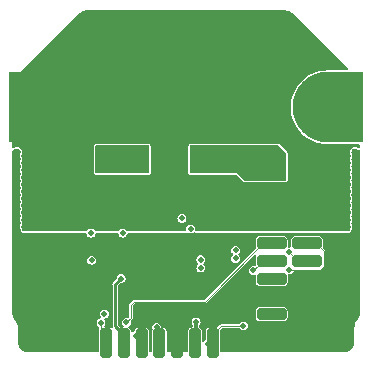
<source format=gbr>
%TF.GenerationSoftware,KiCad,Pcbnew,7.0.8-7.0.8~ubuntu22.04.1*%
%TF.CreationDate,2023-11-12T23:56:43-08:00*%
%TF.ProjectId,driver-tmc2160,64726976-6572-42d7-946d-63323136302e,rev?*%
%TF.SameCoordinates,Original*%
%TF.FileFunction,Copper,L4,Bot*%
%TF.FilePolarity,Positive*%
%FSLAX46Y46*%
G04 Gerber Fmt 4.6, Leading zero omitted, Abs format (unit mm)*
G04 Created by KiCad (PCBNEW 7.0.8-7.0.8~ubuntu22.04.1) date 2023-11-12 23:56:43*
%MOMM*%
%LPD*%
G01*
G04 APERTURE LIST*
G04 Aperture macros list*
%AMRoundRect*
0 Rectangle with rounded corners*
0 $1 Rounding radius*
0 $2 $3 $4 $5 $6 $7 $8 $9 X,Y pos of 4 corners*
0 Add a 4 corners polygon primitive as box body*
4,1,4,$2,$3,$4,$5,$6,$7,$8,$9,$2,$3,0*
0 Add four circle primitives for the rounded corners*
1,1,$1+$1,$2,$3*
1,1,$1+$1,$4,$5*
1,1,$1+$1,$6,$7*
1,1,$1+$1,$8,$9*
0 Add four rect primitives between the rounded corners*
20,1,$1+$1,$2,$3,$4,$5,0*
20,1,$1+$1,$4,$5,$6,$7,0*
20,1,$1+$1,$6,$7,$8,$9,0*
20,1,$1+$1,$8,$9,$2,$3,0*%
%AMFreePoly0*
4,1,31,3.000000,0.000000,2.979715,-0.348279,2.919135,-0.691848,2.819078,-1.026060,2.680898,-1.346398,2.506463,-1.648527,2.298133,-1.928363,2.058725,-2.182121,1.791476,-2.406370,1.500000,-2.598076,1.188239,-2.754648,0.860410,-2.873969,0.520945,-2.954423,0.174434,-2.994924,-0.174434,-2.994924,-0.520945,-2.954423,-0.860410,-2.873969,-1.188239,-2.754648,-1.500000,-2.598076,-1.791476,-2.406370,
-2.058725,-2.182121,-2.298133,-1.928363,-2.506463,-1.648527,-2.680898,-1.346398,-2.819078,-1.026060,-2.919135,-0.691848,-2.979715,-0.348279,-3.000000,0.000000,-3.000000,3.000000,3.000000,3.000000,3.000000,0.000000,3.000000,0.000000,$1*%
G04 Aperture macros list end*
%TA.AperFunction,ComponentPad*%
%ADD10C,0.800000*%
%TD*%
%TA.AperFunction,ComponentPad*%
%ADD11FreePoly0,270.000000*%
%TD*%
%TA.AperFunction,ComponentPad*%
%ADD12FreePoly0,90.000000*%
%TD*%
%TA.AperFunction,ComponentPad*%
%ADD13C,0.500000*%
%TD*%
%TA.AperFunction,SMDPad,CuDef*%
%ADD14RoundRect,0.250000X-1.000000X0.250000X-1.000000X-0.250000X1.000000X-0.250000X1.000000X0.250000X0*%
%TD*%
%TA.AperFunction,SMDPad,CuDef*%
%ADD15RoundRect,0.250000X-0.250000X-1.000000X0.250000X-1.000000X0.250000X1.000000X-0.250000X1.000000X0*%
%TD*%
%TA.AperFunction,SMDPad,CuDef*%
%ADD16RoundRect,0.250000X1.000000X-0.250000X1.000000X0.250000X-1.000000X0.250000X-1.000000X-0.250000X0*%
%TD*%
%TA.AperFunction,ViaPad*%
%ADD17C,0.500000*%
%TD*%
%TA.AperFunction,ViaPad*%
%ADD18C,0.600000*%
%TD*%
%TA.AperFunction,Conductor*%
%ADD19C,0.100000*%
%TD*%
%TA.AperFunction,Conductor*%
%ADD20C,0.300000*%
%TD*%
%TA.AperFunction,Conductor*%
%ADD21C,0.250000*%
%TD*%
G04 APERTURE END LIST*
D10*
%TO.P,H2,1,1*%
%TO.N,GND*%
X147000000Y-62100000D03*
X148697056Y-62802944D03*
X145302944Y-62802944D03*
X149400000Y-64500000D03*
D11*
X147000000Y-64500000D03*
D10*
X144600000Y-64500000D03*
X148697056Y-66197056D03*
X145302944Y-66197056D03*
X147000000Y-66900000D03*
%TD*%
%TO.P,H1,1,1*%
%TO.N,+48V*%
X123000000Y-66900000D03*
X121302944Y-66197056D03*
X124697056Y-66197056D03*
X120600000Y-64500000D03*
D12*
X123000000Y-64500000D03*
D10*
X125400000Y-64500000D03*
X121302944Y-62802944D03*
X124697056Y-62802944D03*
X123000000Y-62100000D03*
%TD*%
D13*
%TO.P,U1,49,EP*%
%TO.N,GND*%
X130750000Y-78000000D03*
X130750000Y-79125000D03*
X130750000Y-80250000D03*
X130750000Y-81375000D03*
X131875000Y-78000000D03*
X131875000Y-79125000D03*
X131875000Y-80250000D03*
X131875000Y-81375000D03*
X133000000Y-78000000D03*
X133000000Y-79125000D03*
X133000000Y-80250000D03*
X133000000Y-81375000D03*
X134125000Y-78000000D03*
X134125000Y-79125000D03*
X134125000Y-80250000D03*
X134125000Y-81375000D03*
X135250000Y-78000000D03*
X135250000Y-79125000D03*
X135250000Y-80250000D03*
X135250000Y-81375000D03*
%TD*%
D14*
%TO.P,T17,1,1*%
%TO.N,/Diag0*%
X145250000Y-77500000D03*
%TD*%
D15*
%TO.P,T8,1,1*%
%TO.N,VCC*%
X137250000Y-84500000D03*
%TD*%
D16*
%TO.P,T10,1,1*%
%TO.N,/~{CS}*%
X142250000Y-76000000D03*
%TD*%
D15*
%TO.P,T7,1,1*%
%TO.N,/SDO*%
X135750000Y-84500000D03*
%TD*%
D16*
%TO.P,T14,1,1*%
%TO.N,/~{En}*%
X142250000Y-77500001D03*
%TD*%
D14*
%TO.P,T18,1,1*%
%TO.N,/Diag1*%
X145250000Y-76000000D03*
%TD*%
D15*
%TO.P,T6,1,1*%
%TO.N,/SDI*%
X132750000Y-84500000D03*
%TD*%
D16*
%TO.P,T13,1,1*%
%TO.N,/Dir*%
X142250000Y-79000000D03*
%TD*%
D15*
%TO.P,T3,1,1*%
%TO.N,+12V*%
X129750000Y-84500000D03*
%TD*%
%TO.P,T2,1,1*%
%TO.N,/Clk*%
X128250000Y-84500000D03*
%TD*%
D16*
%TO.P,T11,1,1*%
%TO.N,/Step*%
X142250000Y-82000000D03*
%TD*%
D15*
%TO.P,T4,1,1*%
%TO.N,/SCK*%
X131250000Y-84500000D03*
%TD*%
%TO.P,T5,1,1*%
%TO.N,GND*%
X134250000Y-84500000D03*
%TD*%
D16*
%TO.P,T12,1,1*%
%TO.N,GND*%
X142250000Y-80500000D03*
%TD*%
D17*
%TO.N,GND*%
X143200000Y-80500000D03*
%TO.N,/Diag0*%
X143750000Y-76750000D03*
%TO.N,/Dir*%
X143200000Y-79000000D03*
%TO.N,/Step*%
X143200000Y-82000000D03*
%TO.N,/Diag1*%
X143750000Y-78250000D03*
%TO.N,VCC*%
X139850000Y-83000000D03*
%TO.N,/Clk*%
X127800000Y-82750000D03*
%TO.N,/SRBL*%
X127000000Y-77450000D03*
%TO.N,GND*%
X138150000Y-84550000D03*
%TO.N,/~{En}*%
X140700000Y-78300000D03*
%TO.N,/~{CS}*%
X129950000Y-82700000D03*
D18*
%TO.N,GND*%
X149300000Y-72500000D03*
D17*
X139800000Y-79000000D03*
X129500000Y-79975000D03*
D18*
X149300000Y-68300000D03*
X120700000Y-72500000D03*
X120700000Y-68300000D03*
X120700000Y-69500000D03*
X120700000Y-70700000D03*
X149300000Y-73700000D03*
X149300000Y-70700000D03*
X149300000Y-69500000D03*
X120700000Y-68900000D03*
X120700000Y-70100000D03*
X120700000Y-73700000D03*
X149300000Y-68900000D03*
D17*
X129725000Y-81250000D03*
D18*
X149300000Y-74900000D03*
D17*
X139025000Y-80650000D03*
D18*
X149300000Y-71300000D03*
X120700000Y-71300000D03*
X120700000Y-71900000D03*
X149300000Y-70100000D03*
X149300000Y-71900000D03*
X149300000Y-74300000D03*
X120700000Y-74900000D03*
X120700000Y-73100000D03*
X149300000Y-73100000D03*
X120700000Y-74300000D03*
D17*
%TO.N,+12V*%
X129500000Y-79000000D03*
D18*
%TO.N,+48V*%
X140100000Y-73300000D03*
X133900000Y-72700000D03*
X129300000Y-73900000D03*
X137900000Y-73300000D03*
X129300000Y-72700000D03*
X137900000Y-73900000D03*
X132100000Y-73900000D03*
X128700000Y-73300000D03*
X128100000Y-73300000D03*
X128700000Y-72700000D03*
X137900000Y-72700000D03*
X137300000Y-73300000D03*
X136700000Y-72700000D03*
X141300000Y-73300000D03*
X129300000Y-73300000D03*
X136100000Y-72700000D03*
X133300000Y-73300000D03*
X129900000Y-73900000D03*
X129900000Y-72700000D03*
X128700000Y-73900000D03*
X137300000Y-72700000D03*
X141300000Y-72700000D03*
X133300000Y-73900000D03*
X141900000Y-72700000D03*
X136100000Y-73300000D03*
X132700000Y-73900000D03*
X132700000Y-72700000D03*
X140700000Y-73900000D03*
X129900000Y-73300000D03*
X136100000Y-73900000D03*
X133900000Y-73900000D03*
X128100000Y-73900000D03*
X140100000Y-72700000D03*
X137300000Y-73900000D03*
X140100000Y-73900000D03*
X132700000Y-73300000D03*
X132100000Y-73300000D03*
X141900000Y-73300000D03*
X133300000Y-72700000D03*
X132100000Y-72700000D03*
X136700000Y-73900000D03*
X140700000Y-73300000D03*
X140700000Y-72700000D03*
X141900000Y-73900000D03*
X141300000Y-73900000D03*
X136700000Y-73300000D03*
X128100000Y-72700000D03*
X133900000Y-73300000D03*
D17*
%TO.N,/SCK*%
X130750000Y-83825000D03*
%TO.N,/SDI*%
X132500000Y-83125000D03*
%TO.N,/SDO*%
X135850000Y-82675000D03*
%TO.N,VCC*%
X136850000Y-84550000D03*
D18*
%TO.N,Net-(Q2-S-Pad1)*%
X127600500Y-68600000D03*
X127600000Y-69200000D03*
X131600500Y-68600000D03*
X131600000Y-69800000D03*
X127600000Y-68000000D03*
X131600000Y-68000000D03*
X131600000Y-69200000D03*
X127600000Y-69800000D03*
D17*
%TO.N,/LB1*%
X129650000Y-75150000D03*
X126950000Y-75150000D03*
D18*
%TO.N,Net-(Q6-S-Pad1)*%
X135600500Y-68600000D03*
X139600000Y-68000000D03*
X143200000Y-68600000D03*
X139600000Y-69800000D03*
X143200000Y-69800000D03*
X135600000Y-69200000D03*
X135600000Y-68000000D03*
X139600500Y-68600000D03*
X143200000Y-69200000D03*
X143200000Y-70400000D03*
X139600000Y-69200000D03*
X135600000Y-69800000D03*
D17*
%TO.N,/LA1*%
X135400000Y-74800000D03*
X134650000Y-73900000D03*
%TO.N,/SRBL*%
X128075000Y-82000000D03*
%TO.N,/SRAH*%
X136250000Y-78100000D03*
X139200000Y-76600000D03*
%TO.N,/SRAL*%
X136250000Y-77400000D03*
X139200000Y-77300000D03*
%TD*%
D19*
%TO.N,/Diag1*%
X143750000Y-78250000D02*
X146315688Y-78250000D01*
X146315688Y-78250000D02*
X146650000Y-77915688D01*
X146650000Y-77915688D02*
X146650000Y-76650000D01*
X146650000Y-76650000D02*
X146000000Y-76000000D01*
%TO.N,/Diag0*%
X143750000Y-76750000D02*
X144150000Y-77150000D01*
%TO.N,/~{En}*%
X140700000Y-78300000D02*
X141150000Y-77850000D01*
%TO.N,VCC*%
X139850000Y-83000000D02*
X138000000Y-83000000D01*
X138000000Y-83000000D02*
X137400000Y-83600000D01*
%TO.N,/~{CS}*%
X129950000Y-82700000D02*
X130325000Y-82325000D01*
X130325000Y-82325000D02*
X130325000Y-81198959D01*
X130573959Y-80950000D02*
X136600000Y-80950000D01*
X130325000Y-81198959D02*
X130573959Y-80950000D01*
X136600000Y-80950000D02*
X141200000Y-76350000D01*
%TO.N,/Clk*%
X127800000Y-82750000D02*
X127800000Y-83300000D01*
X127800000Y-83300000D02*
X127900000Y-83400000D01*
D20*
%TO.N,/SDO*%
X135850000Y-84400000D02*
X135750000Y-84500000D01*
X135850000Y-82675000D02*
X135850000Y-84400000D01*
D21*
%TO.N,+12V*%
X129500000Y-79000000D02*
X129000000Y-79500000D01*
X129000000Y-79500000D02*
X129000000Y-83000000D01*
X129000000Y-83000000D02*
X129500000Y-83500000D01*
%TD*%
%TA.AperFunction,Conductor*%
%TO.N,GND*%
G36*
X120776812Y-68013487D02*
G01*
X120806262Y-68023055D01*
X120861590Y-68051247D01*
X120886634Y-68069442D01*
X120930550Y-68113357D01*
X120948754Y-68138413D01*
X120976941Y-68193733D01*
X120986512Y-68223191D01*
X120996224Y-68284512D01*
X120996224Y-68315486D01*
X120986512Y-68376807D01*
X120976941Y-68406264D01*
X120931316Y-68495809D01*
X120931316Y-68495810D01*
X120923481Y-68514726D01*
X120923480Y-68514727D01*
X120913908Y-68544183D01*
X120913908Y-68544187D01*
X120909128Y-68604928D01*
X120918700Y-68665365D01*
X120931314Y-68704186D01*
X120931317Y-68704192D01*
X120976939Y-68793729D01*
X120986511Y-68823188D01*
X120996224Y-68884512D01*
X120996224Y-68915486D01*
X120986512Y-68976807D01*
X120976941Y-69006264D01*
X120931316Y-69095809D01*
X120931316Y-69095810D01*
X120923481Y-69114726D01*
X120923480Y-69114727D01*
X120913908Y-69144183D01*
X120913908Y-69144187D01*
X120909128Y-69204928D01*
X120918700Y-69265365D01*
X120931314Y-69304186D01*
X120931317Y-69304192D01*
X120976939Y-69393729D01*
X120986511Y-69423188D01*
X120996224Y-69484512D01*
X120996224Y-69515486D01*
X120986512Y-69576807D01*
X120976941Y-69606264D01*
X120931316Y-69695809D01*
X120931316Y-69695810D01*
X120923481Y-69714726D01*
X120923480Y-69714727D01*
X120913908Y-69744183D01*
X120913907Y-69744187D01*
X120910025Y-69793524D01*
X120909904Y-69795073D01*
X120909459Y-69800723D01*
X120909128Y-69804930D01*
X120912508Y-69826267D01*
X120918698Y-69865356D01*
X120931317Y-69904192D01*
X120976939Y-69993729D01*
X120986511Y-70023188D01*
X120996224Y-70084512D01*
X120996224Y-70115486D01*
X120986512Y-70176807D01*
X120976941Y-70206264D01*
X120931316Y-70295809D01*
X120931316Y-70295810D01*
X120923481Y-70314726D01*
X120923480Y-70314727D01*
X120913908Y-70344183D01*
X120913908Y-70344187D01*
X120909128Y-70404928D01*
X120918700Y-70465365D01*
X120931314Y-70504186D01*
X120931317Y-70504192D01*
X120976939Y-70593729D01*
X120986511Y-70623188D01*
X120996224Y-70684512D01*
X120996224Y-70715486D01*
X120986512Y-70776807D01*
X120976941Y-70806264D01*
X120931316Y-70895809D01*
X120931316Y-70895810D01*
X120923481Y-70914726D01*
X120923480Y-70914727D01*
X120913908Y-70944183D01*
X120913908Y-70944187D01*
X120909128Y-71004928D01*
X120918700Y-71065365D01*
X120931314Y-71104186D01*
X120931317Y-71104192D01*
X120976939Y-71193729D01*
X120986511Y-71223188D01*
X120996224Y-71284512D01*
X120996224Y-71315486D01*
X120986512Y-71376807D01*
X120976941Y-71406264D01*
X120931316Y-71495809D01*
X120931316Y-71495810D01*
X120923481Y-71514726D01*
X120923480Y-71514727D01*
X120913908Y-71544183D01*
X120913908Y-71544187D01*
X120909128Y-71604928D01*
X120918700Y-71665365D01*
X120931314Y-71704186D01*
X120931317Y-71704192D01*
X120976939Y-71793729D01*
X120986511Y-71823188D01*
X120996224Y-71884512D01*
X120996224Y-71915486D01*
X120986512Y-71976807D01*
X120976941Y-72006264D01*
X120931316Y-72095809D01*
X120931316Y-72095810D01*
X120923481Y-72114726D01*
X120923480Y-72114727D01*
X120913908Y-72144183D01*
X120913908Y-72144187D01*
X120909128Y-72204928D01*
X120918700Y-72265365D01*
X120931314Y-72304186D01*
X120931317Y-72304192D01*
X120976939Y-72393729D01*
X120986511Y-72423188D01*
X120996224Y-72484512D01*
X120996224Y-72515486D01*
X120986512Y-72576807D01*
X120976941Y-72606264D01*
X120931316Y-72695809D01*
X120931316Y-72695810D01*
X120923481Y-72714726D01*
X120923480Y-72714727D01*
X120913908Y-72744183D01*
X120913908Y-72744187D01*
X120909128Y-72804928D01*
X120918700Y-72865365D01*
X120931314Y-72904186D01*
X120931317Y-72904192D01*
X120976939Y-72993729D01*
X120986511Y-73023188D01*
X120996224Y-73084512D01*
X120996224Y-73115486D01*
X120986512Y-73176807D01*
X120976941Y-73206264D01*
X120931316Y-73295809D01*
X120931316Y-73295810D01*
X120923481Y-73314726D01*
X120923480Y-73314727D01*
X120913908Y-73344183D01*
X120913908Y-73344187D01*
X120909128Y-73404928D01*
X120918700Y-73465365D01*
X120931314Y-73504186D01*
X120931317Y-73504192D01*
X120976939Y-73593729D01*
X120986511Y-73623188D01*
X120996224Y-73684512D01*
X120996224Y-73715487D01*
X120986511Y-73776810D01*
X120976941Y-73806265D01*
X120959369Y-73840754D01*
X120931316Y-73895808D01*
X120930560Y-73897634D01*
X120929581Y-73899998D01*
X120924961Y-73911152D01*
X120923482Y-73914724D01*
X120923481Y-73914725D01*
X120923481Y-73914724D01*
X120913908Y-73944183D01*
X120913908Y-73944187D01*
X120909128Y-74004928D01*
X120918700Y-74065365D01*
X120931314Y-74104186D01*
X120931317Y-74104192D01*
X120976939Y-74193729D01*
X120986511Y-74223188D01*
X120996224Y-74284512D01*
X120996224Y-74315486D01*
X120986512Y-74376807D01*
X120976941Y-74406264D01*
X120931316Y-74495809D01*
X120931316Y-74495810D01*
X120923481Y-74514726D01*
X120923480Y-74514727D01*
X120913908Y-74544183D01*
X120913908Y-74544187D01*
X120909128Y-74604928D01*
X120918700Y-74665365D01*
X120931314Y-74704186D01*
X120931317Y-74704192D01*
X120976939Y-74793729D01*
X120986511Y-74823188D01*
X121001422Y-74917333D01*
X121001851Y-74920850D01*
X121001871Y-74921082D01*
X121001909Y-74921404D01*
X121001910Y-74921413D01*
X121004644Y-74938679D01*
X121006754Y-74952002D01*
X121006756Y-74952010D01*
X121026434Y-74999516D01*
X121030072Y-75008299D01*
X121066036Y-75057799D01*
X121070588Y-75063702D01*
X121131287Y-75105206D01*
X121189478Y-75124113D01*
X121205608Y-75126667D01*
X121229801Y-75130500D01*
X126482177Y-75130500D01*
X126540368Y-75149407D01*
X126576332Y-75198907D01*
X126579958Y-75214014D01*
X126588425Y-75267480D01*
X126588428Y-75267488D01*
X126642425Y-75373462D01*
X126642427Y-75373465D01*
X126726535Y-75457573D01*
X126726537Y-75457574D01*
X126832511Y-75511571D01*
X126832513Y-75511571D01*
X126832518Y-75511574D01*
X126950000Y-75530181D01*
X127067482Y-75511574D01*
X127173465Y-75457573D01*
X127257573Y-75373465D01*
X127311574Y-75267482D01*
X127320042Y-75214012D01*
X127347819Y-75159497D01*
X127402335Y-75131719D01*
X127417823Y-75130500D01*
X129182177Y-75130500D01*
X129240368Y-75149407D01*
X129276332Y-75198907D01*
X129279958Y-75214014D01*
X129288425Y-75267480D01*
X129288428Y-75267488D01*
X129342425Y-75373462D01*
X129342427Y-75373465D01*
X129426535Y-75457573D01*
X129426537Y-75457574D01*
X129532511Y-75511571D01*
X129532513Y-75511571D01*
X129532518Y-75511574D01*
X129650000Y-75530181D01*
X129767482Y-75511574D01*
X129873465Y-75457573D01*
X129957573Y-75373465D01*
X130011574Y-75267482D01*
X130020042Y-75214012D01*
X130047819Y-75159497D01*
X130102335Y-75131719D01*
X130117823Y-75130500D01*
X134935582Y-75130500D01*
X134966046Y-75126894D01*
X135010991Y-75116104D01*
X135057189Y-75090231D01*
X135117198Y-75078294D01*
X135172763Y-75103909D01*
X135175541Y-75106579D01*
X135176535Y-75107573D01*
X135176537Y-75107574D01*
X135282511Y-75161571D01*
X135282513Y-75161571D01*
X135282518Y-75161574D01*
X135400000Y-75180181D01*
X135517482Y-75161574D01*
X135623465Y-75107573D01*
X135624628Y-75106410D01*
X135626095Y-75105661D01*
X135629774Y-75102990D01*
X135630196Y-75103572D01*
X135679143Y-75078628D01*
X135739575Y-75088195D01*
X135750511Y-75094683D01*
X135765901Y-75105206D01*
X135824092Y-75124113D01*
X135840222Y-75126667D01*
X135864415Y-75130500D01*
X135864418Y-75130500D01*
X148770192Y-75130500D01*
X148770196Y-75130500D01*
X148783804Y-75129429D01*
X148790611Y-75128894D01*
X148790608Y-75128895D01*
X148810161Y-75125797D01*
X148821202Y-75124049D01*
X148877495Y-75100732D01*
X148905734Y-75080214D01*
X148926993Y-75064770D01*
X148929192Y-75063073D01*
X148932899Y-75060215D01*
X148974403Y-74999515D01*
X148990784Y-74949092D01*
X148994316Y-74944232D01*
X148994954Y-74940204D01*
X148998582Y-74925095D01*
X148998851Y-74924266D01*
X148998165Y-74919935D01*
X149013487Y-74823191D01*
X149023059Y-74793731D01*
X149068682Y-74704194D01*
X149068682Y-74704192D01*
X149068683Y-74704191D01*
X149076520Y-74685270D01*
X149086091Y-74655812D01*
X149090871Y-74595073D01*
X149082812Y-74544187D01*
X149081301Y-74534643D01*
X149068682Y-74495807D01*
X149067411Y-74493314D01*
X149023057Y-74406264D01*
X149013487Y-74376810D01*
X149013487Y-74376807D01*
X149003774Y-74315481D01*
X149003774Y-74284518D01*
X149013487Y-74223187D01*
X149023059Y-74193731D01*
X149068682Y-74104194D01*
X149068682Y-74104192D01*
X149068683Y-74104191D01*
X149076520Y-74085270D01*
X149086091Y-74055812D01*
X149090871Y-73995073D01*
X149082812Y-73944187D01*
X149081301Y-73934643D01*
X149074829Y-73914724D01*
X149068684Y-73895810D01*
X149023057Y-73806261D01*
X149013487Y-73776805D01*
X149003775Y-73715483D01*
X149003775Y-73684510D01*
X149013487Y-73623190D01*
X149023059Y-73593731D01*
X149068682Y-73504194D01*
X149068682Y-73504192D01*
X149068683Y-73504191D01*
X149076520Y-73485270D01*
X149086091Y-73455812D01*
X149090871Y-73395073D01*
X149082812Y-73344187D01*
X149081301Y-73334643D01*
X149074830Y-73314726D01*
X149068684Y-73295810D01*
X149023057Y-73206261D01*
X149013487Y-73176805D01*
X149003775Y-73115483D01*
X149003775Y-73084510D01*
X149013487Y-73023190D01*
X149023059Y-72993731D01*
X149068682Y-72904194D01*
X149068682Y-72904192D01*
X149068683Y-72904191D01*
X149076520Y-72885270D01*
X149086091Y-72855812D01*
X149090871Y-72795073D01*
X149082812Y-72744187D01*
X149081301Y-72734643D01*
X149074830Y-72714726D01*
X149068684Y-72695810D01*
X149023057Y-72606261D01*
X149013487Y-72576805D01*
X149003775Y-72515483D01*
X149003775Y-72484510D01*
X149013487Y-72423190D01*
X149023059Y-72393731D01*
X149068682Y-72304194D01*
X149068682Y-72304192D01*
X149068683Y-72304191D01*
X149076520Y-72285270D01*
X149086091Y-72255812D01*
X149090871Y-72195073D01*
X149082812Y-72144187D01*
X149081301Y-72134643D01*
X149074830Y-72114726D01*
X149068684Y-72095810D01*
X149023057Y-72006261D01*
X149013487Y-71976805D01*
X149003775Y-71915483D01*
X149003775Y-71884510D01*
X149013487Y-71823190D01*
X149023059Y-71793731D01*
X149068682Y-71704194D01*
X149068682Y-71704192D01*
X149068683Y-71704191D01*
X149076520Y-71685270D01*
X149086091Y-71655812D01*
X149090871Y-71595073D01*
X149082812Y-71544187D01*
X149081301Y-71534643D01*
X149074830Y-71514726D01*
X149068684Y-71495810D01*
X149023057Y-71406261D01*
X149013487Y-71376805D01*
X149003775Y-71315483D01*
X149003775Y-71284510D01*
X149013487Y-71223190D01*
X149023059Y-71193731D01*
X149068682Y-71104194D01*
X149068682Y-71104192D01*
X149068683Y-71104191D01*
X149076520Y-71085270D01*
X149086091Y-71055812D01*
X149090871Y-70995073D01*
X149082812Y-70944187D01*
X149081301Y-70934643D01*
X149074830Y-70914726D01*
X149068684Y-70895810D01*
X149023057Y-70806261D01*
X149013487Y-70776805D01*
X149003775Y-70715483D01*
X149003775Y-70684510D01*
X149013487Y-70623190D01*
X149023059Y-70593731D01*
X149068682Y-70504194D01*
X149068682Y-70504192D01*
X149068683Y-70504191D01*
X149076520Y-70485270D01*
X149086091Y-70455812D01*
X149090871Y-70395073D01*
X149082812Y-70344187D01*
X149081301Y-70334643D01*
X149068682Y-70295807D01*
X149067411Y-70293314D01*
X149023057Y-70206264D01*
X149013487Y-70176810D01*
X149013487Y-70176807D01*
X149003774Y-70115481D01*
X149003774Y-70084518D01*
X149013487Y-70023187D01*
X149023059Y-69993731D01*
X149068682Y-69904194D01*
X149068682Y-69904192D01*
X149068683Y-69904191D01*
X149076520Y-69885270D01*
X149086091Y-69855812D01*
X149090871Y-69795073D01*
X149082812Y-69744187D01*
X149081301Y-69734643D01*
X149074830Y-69714726D01*
X149068684Y-69695810D01*
X149023057Y-69606261D01*
X149013487Y-69576805D01*
X149003775Y-69515483D01*
X149003775Y-69484510D01*
X149013487Y-69423190D01*
X149023059Y-69393731D01*
X149068682Y-69304194D01*
X149068682Y-69304192D01*
X149068683Y-69304191D01*
X149076520Y-69285270D01*
X149086091Y-69255812D01*
X149090871Y-69195073D01*
X149082812Y-69144187D01*
X149081301Y-69134643D01*
X149074830Y-69114726D01*
X149068684Y-69095810D01*
X149023057Y-69006261D01*
X149013487Y-68976805D01*
X149003775Y-68915483D01*
X149003775Y-68884510D01*
X149013487Y-68823190D01*
X149023059Y-68793731D01*
X149068682Y-68704194D01*
X149068682Y-68704192D01*
X149068683Y-68704191D01*
X149076520Y-68685270D01*
X149086091Y-68655812D01*
X149090871Y-68595073D01*
X149082812Y-68544187D01*
X149081301Y-68534643D01*
X149068682Y-68495807D01*
X149067411Y-68493314D01*
X149023057Y-68406264D01*
X149013487Y-68376810D01*
X149013487Y-68376807D01*
X149003774Y-68315480D01*
X149003774Y-68284517D01*
X149013487Y-68223182D01*
X149023055Y-68193737D01*
X149051247Y-68138407D01*
X149069444Y-68113360D01*
X149113360Y-68069444D01*
X149138407Y-68051247D01*
X149193735Y-68023056D01*
X149223179Y-68013489D01*
X149284519Y-68003774D01*
X149315482Y-68003774D01*
X149376809Y-68013487D01*
X149406267Y-68023059D01*
X149490824Y-68066144D01*
X149498592Y-68070102D01*
X149503246Y-68072247D01*
X149519965Y-68079173D01*
X149569907Y-68089107D01*
X149569908Y-68089107D01*
X149600500Y-68089107D01*
X149658691Y-68108014D01*
X149694655Y-68157514D01*
X149699500Y-68188107D01*
X149699500Y-81997571D01*
X149699262Y-82002417D01*
X149687059Y-82126539D01*
X149683286Y-82145541D01*
X149649260Y-82257920D01*
X149641859Y-82275823D01*
X149589282Y-82374394D01*
X149579197Y-82389696D01*
X149533712Y-82446476D01*
X149533709Y-82446481D01*
X149424691Y-82619215D01*
X149424685Y-82619225D01*
X149335776Y-82803092D01*
X149268083Y-82995807D01*
X149268079Y-82995820D01*
X149222471Y-83194903D01*
X149222470Y-83194910D01*
X149199521Y-83397866D01*
X149199512Y-83435057D01*
X149199500Y-83435205D01*
X149199500Y-84497569D01*
X149199261Y-84502424D01*
X149187014Y-84626762D01*
X149183228Y-84645796D01*
X149149084Y-84758354D01*
X149141657Y-84776285D01*
X149086208Y-84880022D01*
X149075426Y-84896158D01*
X149000806Y-84987083D01*
X148987083Y-85000806D01*
X148896159Y-85075426D01*
X148880023Y-85086208D01*
X148776286Y-85141657D01*
X148758355Y-85149084D01*
X148645796Y-85183228D01*
X148626763Y-85187014D01*
X148502426Y-85199261D01*
X148497571Y-85199500D01*
X137949500Y-85199500D01*
X137891309Y-85180593D01*
X137855345Y-85131093D01*
X137850500Y-85100500D01*
X137850500Y-83466743D01*
X137850017Y-83463426D01*
X137844384Y-83424765D01*
X137854704Y-83364459D01*
X137872343Y-83340494D01*
X138033343Y-83179496D01*
X138087860Y-83151719D01*
X138103346Y-83150500D01*
X139444582Y-83150500D01*
X139502773Y-83169407D01*
X139532792Y-83204556D01*
X139542424Y-83223461D01*
X139542425Y-83223462D01*
X139542427Y-83223465D01*
X139626535Y-83307573D01*
X139626537Y-83307574D01*
X139732511Y-83361571D01*
X139732513Y-83361571D01*
X139732518Y-83361574D01*
X139850000Y-83380181D01*
X139967482Y-83361574D01*
X140073465Y-83307573D01*
X140157573Y-83223465D01*
X140211574Y-83117482D01*
X140230181Y-83000000D01*
X140211574Y-82882518D01*
X140211571Y-82882513D01*
X140211571Y-82882511D01*
X140157574Y-82776537D01*
X140157573Y-82776535D01*
X140073465Y-82692427D01*
X140073462Y-82692425D01*
X139967488Y-82638428D01*
X139967483Y-82638426D01*
X139967482Y-82638426D01*
X139850000Y-82619819D01*
X139732518Y-82638426D01*
X139732511Y-82638428D01*
X139626537Y-82692425D01*
X139542424Y-82776538D01*
X139532792Y-82795444D01*
X139489528Y-82838709D01*
X139444582Y-82849500D01*
X137959673Y-82849500D01*
X137953193Y-82853241D01*
X137929324Y-82863128D01*
X137922097Y-82865064D01*
X137922094Y-82865066D01*
X137865065Y-82922095D01*
X137865061Y-82922097D01*
X137659505Y-83127653D01*
X137604989Y-83155430D01*
X137575229Y-83155614D01*
X137533260Y-83149500D01*
X136966740Y-83149500D01*
X136932673Y-83154463D01*
X136898604Y-83159427D01*
X136793518Y-83210801D01*
X136710801Y-83293518D01*
X136659427Y-83398604D01*
X136658767Y-83403134D01*
X136650396Y-83460594D01*
X136649500Y-83466743D01*
X136649500Y-84178454D01*
X136630593Y-84236645D01*
X136620504Y-84248457D01*
X136542428Y-84326533D01*
X136542427Y-84326535D01*
X136537709Y-84335795D01*
X136494444Y-84379059D01*
X136434012Y-84388630D01*
X136379496Y-84360852D01*
X136351719Y-84306335D01*
X136350500Y-84290849D01*
X136350500Y-83466743D01*
X136350017Y-83463426D01*
X136340573Y-83398607D01*
X136340210Y-83397865D01*
X136315483Y-83347285D01*
X136289198Y-83293517D01*
X136206483Y-83210802D01*
X136156018Y-83186131D01*
X136112045Y-83143588D01*
X136100500Y-83097191D01*
X136100500Y-82996545D01*
X136119407Y-82938354D01*
X136129490Y-82926547D01*
X136157573Y-82898465D01*
X136211574Y-82792482D01*
X136230181Y-82675000D01*
X136211574Y-82557518D01*
X136211571Y-82557513D01*
X136211571Y-82557511D01*
X136157574Y-82451537D01*
X136157573Y-82451535D01*
X136073465Y-82367427D01*
X136073462Y-82367425D01*
X135967488Y-82313428D01*
X135967483Y-82313426D01*
X135967482Y-82313426D01*
X135850000Y-82294819D01*
X135732518Y-82313426D01*
X135732511Y-82313428D01*
X135626537Y-82367425D01*
X135542425Y-82451537D01*
X135488428Y-82557511D01*
X135488426Y-82557518D01*
X135469819Y-82675000D01*
X135483973Y-82764369D01*
X135488426Y-82792481D01*
X135488428Y-82792488D01*
X135542425Y-82898462D01*
X135542427Y-82898465D01*
X135570505Y-82926543D01*
X135598281Y-82981058D01*
X135599500Y-82996545D01*
X135599500Y-83050500D01*
X135580593Y-83108691D01*
X135531093Y-83144655D01*
X135500500Y-83149500D01*
X135466740Y-83149500D01*
X135432673Y-83154463D01*
X135398604Y-83159427D01*
X135293518Y-83210801D01*
X135210801Y-83293518D01*
X135159427Y-83398604D01*
X135158767Y-83403134D01*
X135150396Y-83460594D01*
X135149500Y-83466743D01*
X135149500Y-85100500D01*
X135130593Y-85158691D01*
X135081093Y-85194655D01*
X135050500Y-85199500D01*
X135000000Y-85199500D01*
X135000000Y-83000000D01*
X133500000Y-83000000D01*
X133500000Y-85199500D01*
X133449500Y-85199500D01*
X133391309Y-85180593D01*
X133355345Y-85131093D01*
X133350500Y-85100500D01*
X133350500Y-83466743D01*
X133350017Y-83463426D01*
X133340573Y-83398607D01*
X133340210Y-83397865D01*
X133315483Y-83347285D01*
X133289198Y-83293517D01*
X133206483Y-83210802D01*
X133193707Y-83204556D01*
X133101395Y-83159427D01*
X133073878Y-83155418D01*
X133033260Y-83149500D01*
X133033257Y-83149500D01*
X132968615Y-83149500D01*
X132910424Y-83130593D01*
X132874460Y-83081093D01*
X132870834Y-83065987D01*
X132861574Y-83007518D01*
X132861571Y-83007513D01*
X132861571Y-83007511D01*
X132807574Y-82901537D01*
X132807573Y-82901535D01*
X132723465Y-82817427D01*
X132723462Y-82817425D01*
X132617488Y-82763428D01*
X132617483Y-82763426D01*
X132617482Y-82763426D01*
X132500000Y-82744819D01*
X132382518Y-82763426D01*
X132382511Y-82763428D01*
X132276537Y-82817425D01*
X132192425Y-82901537D01*
X132138428Y-83007511D01*
X132138426Y-83007518D01*
X132119819Y-83124999D01*
X132119819Y-83125000D01*
X132138426Y-83242482D01*
X132165661Y-83295935D01*
X132175232Y-83356367D01*
X132166393Y-83384358D01*
X132159790Y-83397865D01*
X132159427Y-83398607D01*
X132150396Y-83460594D01*
X132149500Y-83466743D01*
X132149500Y-85100500D01*
X132130593Y-85158691D01*
X132081093Y-85194655D01*
X132050500Y-85199500D01*
X131949500Y-85199500D01*
X131891309Y-85180593D01*
X131855345Y-85131093D01*
X131850500Y-85100500D01*
X131850500Y-83466743D01*
X131850017Y-83463426D01*
X131840573Y-83398607D01*
X131840210Y-83397865D01*
X131815483Y-83347285D01*
X131789198Y-83293517D01*
X131706483Y-83210802D01*
X131693707Y-83204556D01*
X131601395Y-83159427D01*
X131573878Y-83155418D01*
X131533260Y-83149500D01*
X130966740Y-83149500D01*
X130932673Y-83154463D01*
X130898604Y-83159427D01*
X130793518Y-83210801D01*
X130710801Y-83293518D01*
X130659426Y-83398609D01*
X130658767Y-83403134D01*
X130631665Y-83457989D01*
X130605748Y-83477065D01*
X130526535Y-83517426D01*
X130526531Y-83517429D01*
X130518850Y-83525111D01*
X130464332Y-83552887D01*
X130403901Y-83543313D01*
X130360638Y-83500047D01*
X130350883Y-83469377D01*
X130350500Y-83466748D01*
X130350500Y-83466740D01*
X130340573Y-83398607D01*
X130340210Y-83397865D01*
X130315483Y-83347285D01*
X130289198Y-83293517D01*
X130206483Y-83210802D01*
X130164259Y-83190160D01*
X130120285Y-83147616D01*
X130109715Y-83087351D01*
X130136588Y-83032382D01*
X130162792Y-83013011D01*
X130173465Y-83007573D01*
X130257573Y-82923465D01*
X130311574Y-82817482D01*
X130330181Y-82700000D01*
X130315191Y-82605357D01*
X130324762Y-82544927D01*
X130342965Y-82519872D01*
X130445430Y-82417409D01*
X130459935Y-82402904D01*
X130461869Y-82395683D01*
X130471761Y-82371800D01*
X130475500Y-82365327D01*
X130475501Y-82284674D01*
X130475500Y-82284672D01*
X130475500Y-82283260D01*
X140899500Y-82283260D01*
X140904827Y-82319819D01*
X140909427Y-82351395D01*
X140953930Y-82442427D01*
X140960802Y-82456483D01*
X141043517Y-82539198D01*
X141089779Y-82561814D01*
X141148604Y-82590572D01*
X141148605Y-82590572D01*
X141148607Y-82590573D01*
X141216740Y-82600500D01*
X141216743Y-82600500D01*
X143283257Y-82600500D01*
X143283260Y-82600500D01*
X143351393Y-82590573D01*
X143456483Y-82539198D01*
X143539198Y-82456483D01*
X143590573Y-82351393D01*
X143600500Y-82283260D01*
X143600500Y-81716740D01*
X143590573Y-81648607D01*
X143539198Y-81543517D01*
X143456483Y-81460802D01*
X143455483Y-81460313D01*
X143351395Y-81409427D01*
X143324139Y-81405456D01*
X143283260Y-81399500D01*
X141216740Y-81399500D01*
X141182673Y-81404463D01*
X141148604Y-81409427D01*
X141043518Y-81460801D01*
X140960801Y-81543518D01*
X140909427Y-81648604D01*
X140909427Y-81648607D01*
X140899500Y-81716740D01*
X140899500Y-82283260D01*
X130475500Y-82283260D01*
X130475500Y-81800000D01*
X135675000Y-81800000D01*
X135675000Y-81100500D01*
X136640326Y-81100500D01*
X136640327Y-81100500D01*
X136646800Y-81096761D01*
X136670683Y-81086869D01*
X136677904Y-81084935D01*
X136734935Y-81027905D01*
X136734935Y-81027904D01*
X136748854Y-81013986D01*
X136748858Y-81013980D01*
X138012838Y-79750000D01*
X140750000Y-79750000D01*
X140750000Y-81250000D01*
X143750000Y-81250000D01*
X143750000Y-79750000D01*
X140750000Y-79750000D01*
X138012838Y-79750000D01*
X140772259Y-76990578D01*
X140826774Y-76962803D01*
X140887206Y-76972374D01*
X140930471Y-77015639D01*
X140940042Y-77076071D01*
X140931202Y-77104063D01*
X140909428Y-77148603D01*
X140909427Y-77148607D01*
X140909427Y-77148608D01*
X140899500Y-77216741D01*
X140899500Y-77783261D01*
X140903625Y-77811571D01*
X140905187Y-77822294D01*
X140894866Y-77882603D01*
X140851068Y-77925328D01*
X140791734Y-77934348D01*
X140700001Y-77919819D01*
X140700000Y-77919819D01*
X140582518Y-77938426D01*
X140582511Y-77938428D01*
X140476537Y-77992425D01*
X140392425Y-78076537D01*
X140338428Y-78182511D01*
X140338426Y-78182518D01*
X140322193Y-78285014D01*
X140319819Y-78300000D01*
X140337445Y-78411291D01*
X140338426Y-78417481D01*
X140338428Y-78417488D01*
X140392425Y-78523462D01*
X140392427Y-78523465D01*
X140476535Y-78607573D01*
X140476537Y-78607574D01*
X140582511Y-78661571D01*
X140582513Y-78661571D01*
X140582518Y-78661574D01*
X140675414Y-78676287D01*
X140699999Y-78680181D01*
X140699999Y-78680180D01*
X140700000Y-78680181D01*
X140785014Y-78666716D01*
X140845445Y-78676287D01*
X140888709Y-78719552D01*
X140899500Y-78764497D01*
X140899500Y-79283260D01*
X140903043Y-79307574D01*
X140909427Y-79351395D01*
X140944208Y-79422539D01*
X140960802Y-79456483D01*
X141043517Y-79539198D01*
X141095087Y-79564409D01*
X141148604Y-79590572D01*
X141148605Y-79590572D01*
X141148607Y-79590573D01*
X141216740Y-79600500D01*
X141216743Y-79600500D01*
X143283257Y-79600500D01*
X143283260Y-79600500D01*
X143351393Y-79590573D01*
X143456483Y-79539198D01*
X143539198Y-79456483D01*
X143590573Y-79351393D01*
X143600500Y-79283260D01*
X143600500Y-78722416D01*
X143619407Y-78664225D01*
X143668907Y-78628261D01*
X143714984Y-78624635D01*
X143750000Y-78630181D01*
X143867482Y-78611574D01*
X143973465Y-78557573D01*
X144057573Y-78473465D01*
X144063632Y-78461574D01*
X144067208Y-78454556D01*
X144110472Y-78411291D01*
X144155418Y-78400500D01*
X146356014Y-78400500D01*
X146356015Y-78400500D01*
X146362488Y-78396761D01*
X146386371Y-78386869D01*
X146393592Y-78384935D01*
X146450623Y-78327905D01*
X146450623Y-78327904D01*
X146464544Y-78313984D01*
X146464550Y-78313976D01*
X146770430Y-78008098D01*
X146778529Y-77999998D01*
X146784935Y-77993592D01*
X146786869Y-77986371D01*
X146796761Y-77962488D01*
X146800500Y-77956015D01*
X146800501Y-77875361D01*
X146800500Y-77875359D01*
X146800500Y-76630186D01*
X146800500Y-76609673D01*
X146796762Y-76603199D01*
X146786869Y-76579314D01*
X146784935Y-76572096D01*
X146722262Y-76509422D01*
X146622346Y-76409507D01*
X146594569Y-76354990D01*
X146594385Y-76325228D01*
X146599164Y-76292427D01*
X146600500Y-76283260D01*
X146600500Y-75716740D01*
X146590573Y-75648607D01*
X146539198Y-75543517D01*
X146456483Y-75460802D01*
X146449878Y-75457573D01*
X146351395Y-75409427D01*
X146324139Y-75405456D01*
X146283260Y-75399500D01*
X144216740Y-75399500D01*
X144182673Y-75404463D01*
X144148604Y-75409427D01*
X144043518Y-75460801D01*
X143960801Y-75543518D01*
X143909427Y-75648604D01*
X143899500Y-75716743D01*
X143899500Y-76277583D01*
X143880593Y-76335774D01*
X143831093Y-76371738D01*
X143785014Y-76375364D01*
X143750002Y-76369819D01*
X143749998Y-76369819D01*
X143714986Y-76375364D01*
X143654554Y-76365792D01*
X143611290Y-76322527D01*
X143600500Y-76277583D01*
X143600500Y-75716743D01*
X143600500Y-75716740D01*
X143590573Y-75648607D01*
X143539198Y-75543517D01*
X143456483Y-75460802D01*
X143449878Y-75457573D01*
X143351395Y-75409427D01*
X143324139Y-75405456D01*
X143283260Y-75399500D01*
X141216740Y-75399500D01*
X141182673Y-75404463D01*
X141148604Y-75409427D01*
X141043518Y-75460801D01*
X140960801Y-75543518D01*
X140909427Y-75648604D01*
X140909427Y-75648607D01*
X140899500Y-75716740D01*
X140899500Y-76283260D01*
X140900836Y-76292427D01*
X140909428Y-76351400D01*
X140909829Y-76352697D01*
X140909809Y-76354016D01*
X140910536Y-76359001D01*
X140909735Y-76359117D01*
X140908936Y-76413876D01*
X140885242Y-76451917D01*
X136566657Y-80770504D01*
X136512140Y-80798281D01*
X136496653Y-80799500D01*
X135675000Y-80799500D01*
X135675000Y-78100000D01*
X135869819Y-78100000D01*
X135886966Y-78208266D01*
X135888426Y-78217481D01*
X135888428Y-78217488D01*
X135937592Y-78313976D01*
X135942427Y-78323465D01*
X136026535Y-78407573D01*
X136026537Y-78407574D01*
X136132511Y-78461571D01*
X136132513Y-78461571D01*
X136132518Y-78461574D01*
X136250000Y-78480181D01*
X136367482Y-78461574D01*
X136473465Y-78407573D01*
X136557573Y-78323465D01*
X136611574Y-78217482D01*
X136630181Y-78100000D01*
X136629359Y-78094813D01*
X136622914Y-78054119D01*
X136611574Y-77982518D01*
X136611571Y-77982513D01*
X136611571Y-77982511D01*
X136557574Y-77876537D01*
X136557573Y-77876535D01*
X136501039Y-77820001D01*
X136473264Y-77765487D01*
X136482835Y-77705055D01*
X136501038Y-77679999D01*
X136557573Y-77623465D01*
X136611574Y-77517482D01*
X136630181Y-77400000D01*
X136614343Y-77300000D01*
X138819819Y-77300000D01*
X138838426Y-77417481D01*
X138838428Y-77417488D01*
X138892425Y-77523462D01*
X138892427Y-77523465D01*
X138976535Y-77607573D01*
X138976537Y-77607574D01*
X139082511Y-77661571D01*
X139082513Y-77661571D01*
X139082518Y-77661574D01*
X139200000Y-77680181D01*
X139317482Y-77661574D01*
X139423465Y-77607573D01*
X139507573Y-77523465D01*
X139561574Y-77417482D01*
X139580181Y-77300000D01*
X139561574Y-77182518D01*
X139561571Y-77182513D01*
X139561571Y-77182511D01*
X139507574Y-77076537D01*
X139507573Y-77076535D01*
X139451039Y-77020001D01*
X139423264Y-76965487D01*
X139432835Y-76905055D01*
X139451038Y-76879999D01*
X139507573Y-76823465D01*
X139561574Y-76717482D01*
X139580181Y-76600000D01*
X139561574Y-76482518D01*
X139561571Y-76482513D01*
X139561571Y-76482511D01*
X139507574Y-76376537D01*
X139507573Y-76376535D01*
X139423465Y-76292427D01*
X139423462Y-76292425D01*
X139317488Y-76238428D01*
X139317483Y-76238426D01*
X139317482Y-76238426D01*
X139200000Y-76219819D01*
X139082518Y-76238426D01*
X139082511Y-76238428D01*
X138976537Y-76292425D01*
X138892425Y-76376537D01*
X138838428Y-76482511D01*
X138838426Y-76482518D01*
X138819819Y-76600000D01*
X138837611Y-76712339D01*
X138838426Y-76717481D01*
X138838428Y-76717488D01*
X138892310Y-76823236D01*
X138892427Y-76823465D01*
X138948960Y-76879998D01*
X138976736Y-76934513D01*
X138967165Y-76994945D01*
X138948961Y-77020000D01*
X138899143Y-77069819D01*
X138892425Y-77076537D01*
X138838428Y-77182511D01*
X138838426Y-77182518D01*
X138819819Y-77299999D01*
X138819819Y-77300000D01*
X136614343Y-77300000D01*
X136611574Y-77282518D01*
X136611571Y-77282513D01*
X136611571Y-77282511D01*
X136557574Y-77176537D01*
X136557573Y-77176535D01*
X136473465Y-77092427D01*
X136473462Y-77092425D01*
X136367488Y-77038428D01*
X136367483Y-77038426D01*
X136367482Y-77038426D01*
X136250000Y-77019819D01*
X136132518Y-77038426D01*
X136132511Y-77038428D01*
X136026537Y-77092425D01*
X135942425Y-77176537D01*
X135888428Y-77282511D01*
X135888426Y-77282518D01*
X135869819Y-77399999D01*
X135869819Y-77400000D01*
X135888426Y-77517481D01*
X135888428Y-77517488D01*
X135934330Y-77607574D01*
X135942427Y-77623465D01*
X135998960Y-77679998D01*
X136026736Y-77734513D01*
X136017165Y-77794945D01*
X135998961Y-77820000D01*
X135967569Y-77851393D01*
X135942425Y-77876537D01*
X135888428Y-77982511D01*
X135888426Y-77982518D01*
X135870641Y-78094813D01*
X135869819Y-78100000D01*
X135675000Y-78100000D01*
X135675000Y-77600000D01*
X130350000Y-77600000D01*
X130350000Y-80961119D01*
X130247095Y-81064025D01*
X130190066Y-81121052D01*
X130190063Y-81121057D01*
X130188127Y-81128283D01*
X130178241Y-81152151D01*
X130174499Y-81158631D01*
X130174499Y-81258973D01*
X130174500Y-81258978D01*
X130174500Y-82221653D01*
X130155593Y-82279844D01*
X130145505Y-82291654D01*
X130130128Y-82307031D01*
X130075613Y-82334808D01*
X130044639Y-82334808D01*
X129950001Y-82319819D01*
X129950000Y-82319819D01*
X129832518Y-82338426D01*
X129832511Y-82338428D01*
X129726537Y-82392425D01*
X129642425Y-82476537D01*
X129588428Y-82582511D01*
X129588426Y-82582518D01*
X129573779Y-82675000D01*
X129569819Y-82700000D01*
X129584467Y-82792488D01*
X129588426Y-82817481D01*
X129588428Y-82817488D01*
X129642425Y-82923462D01*
X129642427Y-82923465D01*
X129699460Y-82980498D01*
X129727236Y-83035013D01*
X129717665Y-83095445D01*
X129674400Y-83138710D01*
X129629455Y-83149500D01*
X129509413Y-83149500D01*
X129451222Y-83130593D01*
X129439409Y-83120504D01*
X129254496Y-82935591D01*
X129226719Y-82881074D01*
X129225500Y-82865587D01*
X129225500Y-79634412D01*
X129244407Y-79576221D01*
X129254490Y-79564414D01*
X129411435Y-79407469D01*
X129465950Y-79379693D01*
X129496925Y-79379693D01*
X129500000Y-79380181D01*
X129617482Y-79361574D01*
X129723465Y-79307573D01*
X129807573Y-79223465D01*
X129861574Y-79117482D01*
X129880181Y-79000000D01*
X129861574Y-78882518D01*
X129861571Y-78882513D01*
X129861571Y-78882511D01*
X129807574Y-78776537D01*
X129807573Y-78776535D01*
X129723465Y-78692427D01*
X129723462Y-78692425D01*
X129617488Y-78638428D01*
X129617483Y-78638426D01*
X129617482Y-78638426D01*
X129500000Y-78619819D01*
X129382518Y-78638426D01*
X129382511Y-78638428D01*
X129276537Y-78692425D01*
X129192425Y-78776537D01*
X129138428Y-78882511D01*
X129138426Y-78882518D01*
X129119819Y-78999999D01*
X129119819Y-79000004D01*
X129120306Y-79003081D01*
X129119819Y-79006154D01*
X129119819Y-79007791D01*
X129119560Y-79007791D01*
X129110730Y-79063512D01*
X129092528Y-79088565D01*
X128845632Y-79335460D01*
X128843753Y-79337244D01*
X128813492Y-79364491D01*
X128813491Y-79364493D01*
X128804382Y-79384951D01*
X128796972Y-79398598D01*
X128784774Y-79417381D01*
X128783957Y-79422539D01*
X128776623Y-79447299D01*
X128774500Y-79452067D01*
X128774500Y-79474460D01*
X128773281Y-79489947D01*
X128769777Y-79512065D01*
X128771125Y-79517092D01*
X128774500Y-79542720D01*
X128774500Y-82992793D01*
X128774432Y-82995378D01*
X128774409Y-82995820D01*
X128772299Y-83036064D01*
X128779886Y-83055828D01*
X128783087Y-83116930D01*
X128749762Y-83168243D01*
X128692641Y-83190169D01*
X128643981Y-83180246D01*
X128601395Y-83159427D01*
X128573878Y-83155418D01*
X128533260Y-83149500D01*
X128170545Y-83149500D01*
X128112354Y-83130593D01*
X128076390Y-83081093D01*
X128076390Y-83019907D01*
X128100539Y-82980498D01*
X128107573Y-82973465D01*
X128161574Y-82867482D01*
X128180181Y-82750000D01*
X128179360Y-82744819D01*
X128172262Y-82700000D01*
X128161574Y-82632518D01*
X128161571Y-82632513D01*
X128161571Y-82632511D01*
X128107574Y-82526537D01*
X128103810Y-82521356D01*
X128084903Y-82463165D01*
X128103811Y-82404975D01*
X128153311Y-82369011D01*
X128168411Y-82365386D01*
X128192482Y-82361574D01*
X128298465Y-82307573D01*
X128382573Y-82223465D01*
X128436574Y-82117482D01*
X128455181Y-82000000D01*
X128436574Y-81882518D01*
X128436571Y-81882513D01*
X128436571Y-81882511D01*
X128382574Y-81776537D01*
X128382573Y-81776535D01*
X128298465Y-81692427D01*
X128298462Y-81692425D01*
X128192488Y-81638428D01*
X128192483Y-81638426D01*
X128192482Y-81638426D01*
X128075000Y-81619819D01*
X127957518Y-81638426D01*
X127957511Y-81638428D01*
X127851537Y-81692425D01*
X127767425Y-81776537D01*
X127713428Y-81882511D01*
X127713426Y-81882518D01*
X127694819Y-81999999D01*
X127694819Y-82000000D01*
X127713426Y-82117481D01*
X127713428Y-82117488D01*
X127767425Y-82223462D01*
X127771190Y-82228644D01*
X127790096Y-82286835D01*
X127771187Y-82345026D01*
X127721686Y-82380988D01*
X127706585Y-82384614D01*
X127682517Y-82388426D01*
X127682511Y-82388428D01*
X127576537Y-82442425D01*
X127492425Y-82526537D01*
X127438428Y-82632511D01*
X127438426Y-82632518D01*
X127420640Y-82744819D01*
X127419819Y-82750000D01*
X127438043Y-82865066D01*
X127438426Y-82867481D01*
X127438428Y-82867488D01*
X127492425Y-82973462D01*
X127492427Y-82973465D01*
X127576535Y-83057573D01*
X127576537Y-83057574D01*
X127576538Y-83057575D01*
X127595444Y-83067208D01*
X127638709Y-83110472D01*
X127649500Y-83155418D01*
X127649500Y-83340326D01*
X127652874Y-83352918D01*
X127650732Y-83353491D01*
X127659744Y-83395880D01*
X127659252Y-83399802D01*
X127650396Y-83460594D01*
X127649500Y-83466742D01*
X127649500Y-85100500D01*
X127630593Y-85158691D01*
X127581093Y-85194655D01*
X127550500Y-85199500D01*
X121502430Y-85199500D01*
X121497575Y-85199261D01*
X121373237Y-85187014D01*
X121354203Y-85183228D01*
X121241645Y-85149084D01*
X121223714Y-85141657D01*
X121119977Y-85086208D01*
X121103841Y-85075426D01*
X121012916Y-85000806D01*
X120999193Y-84987083D01*
X120924573Y-84896158D01*
X120913791Y-84880022D01*
X120858342Y-84776285D01*
X120850915Y-84758354D01*
X120816771Y-84645796D01*
X120812985Y-84626762D01*
X120810581Y-84602351D01*
X120800737Y-84502409D01*
X120800500Y-84497568D01*
X120800500Y-83469918D01*
X120800491Y-83469738D01*
X120800477Y-83397872D01*
X120777527Y-83194911D01*
X120777527Y-83194910D01*
X120777526Y-83194904D01*
X120731918Y-82995821D01*
X120731915Y-82995812D01*
X120664224Y-82803101D01*
X120630011Y-82732346D01*
X120575308Y-82619216D01*
X120485256Y-82476535D01*
X120466290Y-82446485D01*
X120420805Y-82389704D01*
X120410730Y-82374417D01*
X120358140Y-82275820D01*
X120350740Y-82257920D01*
X120316714Y-82145541D01*
X120312942Y-82126543D01*
X120306024Y-82056173D01*
X120300738Y-82002406D01*
X120300500Y-81997560D01*
X120300500Y-77450000D01*
X126619819Y-77450000D01*
X126638426Y-77567481D01*
X126638428Y-77567488D01*
X126692425Y-77673462D01*
X126692427Y-77673465D01*
X126776535Y-77757573D01*
X126776537Y-77757574D01*
X126882511Y-77811571D01*
X126882513Y-77811571D01*
X126882518Y-77811574D01*
X127000000Y-77830181D01*
X127117482Y-77811574D01*
X127223465Y-77757573D01*
X127307573Y-77673465D01*
X127361574Y-77567482D01*
X127380181Y-77450000D01*
X127361574Y-77332518D01*
X127361571Y-77332513D01*
X127361571Y-77332511D01*
X127307574Y-77226537D01*
X127307573Y-77226535D01*
X127223465Y-77142427D01*
X127223462Y-77142425D01*
X127117488Y-77088428D01*
X127117483Y-77088426D01*
X127117482Y-77088426D01*
X127000000Y-77069819D01*
X126882518Y-77088426D01*
X126882511Y-77088428D01*
X126776537Y-77142425D01*
X126692425Y-77226537D01*
X126638428Y-77332511D01*
X126638426Y-77332518D01*
X126619819Y-77449999D01*
X126619819Y-77450000D01*
X120300500Y-77450000D01*
X120300500Y-68190206D01*
X120319407Y-68132015D01*
X120368907Y-68096051D01*
X120398091Y-68091216D01*
X120404420Y-68091125D01*
X120404427Y-68091126D01*
X120464859Y-68081555D01*
X120503691Y-68068938D01*
X120593732Y-68023058D01*
X120623187Y-68013487D01*
X120684518Y-68003774D01*
X120715482Y-68003774D01*
X120776812Y-68013487D01*
G37*
%TD.AperFunction*%
%TD*%
%TA.AperFunction,Conductor*%
%TO.N,Net-(Q2-S-Pad1)*%
G36*
X131825500Y-67719962D02*
G01*
X131880038Y-67774500D01*
X131900000Y-67849000D01*
X131900000Y-69951000D01*
X131880038Y-70025500D01*
X131825500Y-70080038D01*
X131751000Y-70100000D01*
X127449000Y-70100000D01*
X127374500Y-70080038D01*
X127319962Y-70025500D01*
X127300000Y-69951000D01*
X127300000Y-67849000D01*
X127319962Y-67774500D01*
X127374500Y-67719962D01*
X127449000Y-67700000D01*
X131751000Y-67700000D01*
X131825500Y-67719962D01*
G37*
%TD.AperFunction*%
%TD*%
%TA.AperFunction,Conductor*%
%TO.N,+48V*%
G36*
X143502424Y-56300739D02*
G01*
X143568798Y-56307276D01*
X143626764Y-56312985D01*
X143645794Y-56316770D01*
X143719273Y-56339059D01*
X143758354Y-56350915D01*
X143776285Y-56358342D01*
X143880022Y-56413791D01*
X143896158Y-56424573D01*
X143992735Y-56503831D01*
X143996335Y-56507094D01*
X144027833Y-56538590D01*
X148692279Y-61203037D01*
X148720056Y-61257554D01*
X148710485Y-61317986D01*
X148667220Y-61361251D01*
X148622275Y-61372041D01*
X147092469Y-61372041D01*
X147089591Y-61371957D01*
X147028430Y-61368395D01*
X147003723Y-61366957D01*
X146996277Y-61366957D01*
X146639974Y-61387709D01*
X146632578Y-61388573D01*
X146281093Y-61450550D01*
X146281089Y-61450551D01*
X146281088Y-61450551D01*
X146273853Y-61452265D01*
X146273848Y-61452267D01*
X146119657Y-61498429D01*
X145931943Y-61554627D01*
X145931944Y-61554627D01*
X145931939Y-61554628D01*
X145931935Y-61554630D01*
X145924938Y-61557176D01*
X145924934Y-61557177D01*
X145924925Y-61557181D01*
X145924924Y-61557182D01*
X145597226Y-61698537D01*
X145597227Y-61698537D01*
X145597220Y-61698540D01*
X145590566Y-61701882D01*
X145281475Y-61880335D01*
X145275254Y-61884427D01*
X145275250Y-61884430D01*
X145275249Y-61884430D01*
X144988977Y-62097551D01*
X144988974Y-62097553D01*
X144988971Y-62097556D01*
X144983266Y-62102343D01*
X144723662Y-62347267D01*
X144718552Y-62352683D01*
X144489136Y-62626090D01*
X144489131Y-62626096D01*
X144489130Y-62626098D01*
X144484693Y-62632058D01*
X144484690Y-62632063D01*
X144288567Y-62930254D01*
X144284844Y-62936703D01*
X144124664Y-63255646D01*
X144121714Y-63262484D01*
X143999645Y-63597865D01*
X143997509Y-63605002D01*
X143997510Y-63605001D01*
X143915203Y-63952283D01*
X143915202Y-63952285D01*
X143913909Y-63959613D01*
X143872474Y-64314113D01*
X143872041Y-64321549D01*
X143872041Y-64678451D01*
X143872474Y-64685889D01*
X143913909Y-65040389D01*
X143915202Y-65047713D01*
X143997510Y-65394999D01*
X143997509Y-65394998D01*
X143997510Y-65395000D01*
X143999645Y-65402134D01*
X144121714Y-65737516D01*
X144124664Y-65744354D01*
X144284842Y-66063293D01*
X144284842Y-66063294D01*
X144288563Y-66069739D01*
X144288562Y-66069738D01*
X144484694Y-66367944D01*
X144489130Y-66373902D01*
X144489131Y-66373904D01*
X144489135Y-66373909D01*
X144489136Y-66373910D01*
X144718552Y-66647317D01*
X144723662Y-66652733D01*
X144983266Y-66897657D01*
X144983274Y-66897664D01*
X144988975Y-66902447D01*
X144988977Y-66902449D01*
X145275249Y-67115570D01*
X145275250Y-67115570D01*
X145275254Y-67115573D01*
X145281475Y-67119665D01*
X145590566Y-67298118D01*
X145597220Y-67301460D01*
X145597227Y-67301463D01*
X145597226Y-67301463D01*
X145924924Y-67442818D01*
X145924925Y-67442819D01*
X145924934Y-67442822D01*
X145924938Y-67442824D01*
X145931935Y-67445370D01*
X145931939Y-67445371D01*
X145931944Y-67445373D01*
X145931943Y-67445373D01*
X146119657Y-67501570D01*
X146273848Y-67547733D01*
X146273853Y-67547734D01*
X146273853Y-67547735D01*
X146281088Y-67549449D01*
X146281089Y-67549449D01*
X146281093Y-67549450D01*
X146632578Y-67611427D01*
X146639974Y-67612291D01*
X146996277Y-67633043D01*
X146996281Y-67633043D01*
X147003718Y-67633043D01*
X147003723Y-67633043D01*
X147028430Y-67631604D01*
X147089591Y-67628043D01*
X147092469Y-67627959D01*
X149600500Y-67627959D01*
X149658691Y-67646866D01*
X149694655Y-67696366D01*
X149699500Y-67726959D01*
X149699500Y-67864452D01*
X149680593Y-67922643D01*
X149631093Y-67958607D01*
X149569907Y-67958607D01*
X149555555Y-67952662D01*
X149553220Y-67951472D01*
X149433126Y-67890281D01*
X149300000Y-67869196D01*
X149166872Y-67890281D01*
X149166870Y-67890282D01*
X149046782Y-67951470D01*
X148951470Y-68046782D01*
X148890282Y-68166870D01*
X148890281Y-68166872D01*
X148870605Y-68291105D01*
X148869196Y-68300000D01*
X148890281Y-68433126D01*
X148902673Y-68457446D01*
X148952407Y-68555055D01*
X148961978Y-68615487D01*
X148952407Y-68644945D01*
X148951472Y-68646779D01*
X148951472Y-68646780D01*
X148890281Y-68766874D01*
X148869196Y-68900000D01*
X148890281Y-69033126D01*
X148890282Y-69033127D01*
X148952407Y-69155055D01*
X148961978Y-69215487D01*
X148952407Y-69244945D01*
X148951472Y-69246779D01*
X148951472Y-69246780D01*
X148890281Y-69366874D01*
X148869196Y-69500000D01*
X148890281Y-69633126D01*
X148890282Y-69633127D01*
X148952407Y-69755055D01*
X148961978Y-69815487D01*
X148952407Y-69844945D01*
X148951472Y-69846779D01*
X148951472Y-69846780D01*
X148890281Y-69966874D01*
X148869196Y-70100000D01*
X148890281Y-70233126D01*
X148951472Y-70353220D01*
X148952407Y-70355055D01*
X148961978Y-70415487D01*
X148952407Y-70444945D01*
X148951472Y-70446779D01*
X148951472Y-70446780D01*
X148890281Y-70566874D01*
X148869196Y-70700000D01*
X148890281Y-70833126D01*
X148890282Y-70833127D01*
X148952407Y-70955055D01*
X148961978Y-71015487D01*
X148952407Y-71044945D01*
X148951472Y-71046779D01*
X148951472Y-71046780D01*
X148890281Y-71166874D01*
X148869196Y-71300000D01*
X148890281Y-71433126D01*
X148890282Y-71433127D01*
X148952407Y-71555055D01*
X148961978Y-71615487D01*
X148952407Y-71644945D01*
X148951472Y-71646779D01*
X148951472Y-71646780D01*
X148890281Y-71766874D01*
X148869196Y-71900000D01*
X148890281Y-72033126D01*
X148890282Y-72033127D01*
X148952407Y-72155055D01*
X148961978Y-72215487D01*
X148952407Y-72244945D01*
X148951472Y-72246779D01*
X148951472Y-72246780D01*
X148890281Y-72366874D01*
X148869196Y-72500000D01*
X148890281Y-72633126D01*
X148890282Y-72633127D01*
X148952407Y-72755055D01*
X148961978Y-72815487D01*
X148952407Y-72844945D01*
X148951472Y-72846779D01*
X148951472Y-72846780D01*
X148890281Y-72966874D01*
X148869196Y-73100000D01*
X148890281Y-73233126D01*
X148890282Y-73233127D01*
X148952407Y-73355055D01*
X148961978Y-73415487D01*
X148952407Y-73444945D01*
X148951472Y-73446779D01*
X148951472Y-73446780D01*
X148890281Y-73566874D01*
X148869196Y-73700000D01*
X148890281Y-73833126D01*
X148890282Y-73833127D01*
X148952407Y-73955055D01*
X148961978Y-74015487D01*
X148952407Y-74044945D01*
X148890281Y-74166874D01*
X148875283Y-74261571D01*
X148869196Y-74300000D01*
X148890281Y-74433126D01*
X148951472Y-74553220D01*
X148952407Y-74555055D01*
X148961978Y-74615487D01*
X148952407Y-74644945D01*
X148890281Y-74766874D01*
X148869196Y-74899998D01*
X148869196Y-74901000D01*
X148868886Y-74901952D01*
X148867977Y-74907695D01*
X148867067Y-74907550D01*
X148850289Y-74959191D01*
X148800789Y-74995155D01*
X148770196Y-75000000D01*
X135864418Y-75000000D01*
X135806227Y-74981093D01*
X135770263Y-74931593D01*
X135766637Y-74885513D01*
X135780181Y-74800000D01*
X135780181Y-74799999D01*
X135771758Y-74746818D01*
X135761574Y-74682518D01*
X135761571Y-74682513D01*
X135761571Y-74682511D01*
X135707574Y-74576537D01*
X135707573Y-74576535D01*
X135623465Y-74492427D01*
X135623462Y-74492425D01*
X135517488Y-74438428D01*
X135517483Y-74438426D01*
X135517482Y-74438426D01*
X135400000Y-74419819D01*
X135282518Y-74438426D01*
X135282511Y-74438428D01*
X135176537Y-74492425D01*
X135092425Y-74576537D01*
X135038428Y-74682511D01*
X135038426Y-74682518D01*
X135019819Y-74799999D01*
X135019819Y-74800000D01*
X135033363Y-74885513D01*
X135023792Y-74945945D01*
X134980527Y-74989210D01*
X134935582Y-75000000D01*
X130055673Y-75000000D01*
X129997482Y-74981093D01*
X129967463Y-74945945D01*
X129957574Y-74926537D01*
X129957573Y-74926535D01*
X129873465Y-74842427D01*
X129873462Y-74842425D01*
X129767488Y-74788428D01*
X129767483Y-74788426D01*
X129767482Y-74788426D01*
X129650000Y-74769819D01*
X129532518Y-74788426D01*
X129532511Y-74788428D01*
X129426537Y-74842425D01*
X129342425Y-74926537D01*
X129332537Y-74945945D01*
X129289272Y-74989210D01*
X129244327Y-75000000D01*
X127355673Y-75000000D01*
X127297482Y-74981093D01*
X127267463Y-74945945D01*
X127257574Y-74926537D01*
X127257573Y-74926535D01*
X127173465Y-74842427D01*
X127173462Y-74842425D01*
X127067488Y-74788428D01*
X127067483Y-74788426D01*
X127067482Y-74788426D01*
X126950000Y-74769819D01*
X126832518Y-74788426D01*
X126832511Y-74788428D01*
X126726537Y-74842425D01*
X126642425Y-74926537D01*
X126632537Y-74945945D01*
X126589272Y-74989210D01*
X126544327Y-75000000D01*
X121229804Y-75000000D01*
X121171613Y-74981093D01*
X121135649Y-74931593D01*
X121130804Y-74901000D01*
X121130804Y-74899998D01*
X121121685Y-74842425D01*
X121109719Y-74766874D01*
X121048528Y-74646780D01*
X121048526Y-74646778D01*
X121047593Y-74644946D01*
X121038021Y-74584514D01*
X121047593Y-74555054D01*
X121048526Y-74553221D01*
X121048528Y-74553220D01*
X121109719Y-74433126D01*
X121130804Y-74300000D01*
X121109719Y-74166874D01*
X121048528Y-74046780D01*
X121048526Y-74046778D01*
X121047593Y-74044946D01*
X121038021Y-73984514D01*
X121047593Y-73955054D01*
X121048526Y-73953221D01*
X121048528Y-73953220D01*
X121075645Y-73900000D01*
X134269819Y-73900000D01*
X134283204Y-73984514D01*
X134288426Y-74017481D01*
X134288428Y-74017488D01*
X134342425Y-74123462D01*
X134342427Y-74123465D01*
X134426535Y-74207573D01*
X134426537Y-74207574D01*
X134532511Y-74261571D01*
X134532513Y-74261571D01*
X134532518Y-74261574D01*
X134650000Y-74280181D01*
X134767482Y-74261574D01*
X134873465Y-74207573D01*
X134957573Y-74123465D01*
X135011574Y-74017482D01*
X135030181Y-73900000D01*
X135011574Y-73782518D01*
X135011571Y-73782513D01*
X135011571Y-73782511D01*
X134957574Y-73676537D01*
X134957573Y-73676535D01*
X134873465Y-73592427D01*
X134873462Y-73592425D01*
X134767488Y-73538428D01*
X134767483Y-73538426D01*
X134767482Y-73538426D01*
X134650000Y-73519819D01*
X134532518Y-73538426D01*
X134532511Y-73538428D01*
X134426537Y-73592425D01*
X134342425Y-73676537D01*
X134288428Y-73782511D01*
X134288426Y-73782518D01*
X134269819Y-73900000D01*
X121075645Y-73900000D01*
X121109719Y-73833126D01*
X121130804Y-73700000D01*
X121109719Y-73566874D01*
X121048528Y-73446780D01*
X121048526Y-73446778D01*
X121047593Y-73444946D01*
X121038021Y-73384514D01*
X121047593Y-73355054D01*
X121048526Y-73353221D01*
X121048528Y-73353220D01*
X121109719Y-73233126D01*
X121130804Y-73100000D01*
X121109719Y-72966874D01*
X121048528Y-72846780D01*
X121048526Y-72846778D01*
X121047593Y-72844946D01*
X121038021Y-72784514D01*
X121047593Y-72755054D01*
X121048526Y-72753221D01*
X121048528Y-72753220D01*
X121109719Y-72633126D01*
X121130804Y-72500000D01*
X121109719Y-72366874D01*
X121048528Y-72246780D01*
X121048526Y-72246778D01*
X121047593Y-72244946D01*
X121038021Y-72184514D01*
X121047593Y-72155054D01*
X121048526Y-72153221D01*
X121048528Y-72153220D01*
X121109719Y-72033126D01*
X121130804Y-71900000D01*
X121109719Y-71766874D01*
X121048528Y-71646780D01*
X121048526Y-71646778D01*
X121047593Y-71644946D01*
X121038021Y-71584514D01*
X121047593Y-71555054D01*
X121048526Y-71553221D01*
X121048528Y-71553220D01*
X121109719Y-71433126D01*
X121130804Y-71300000D01*
X121109719Y-71166874D01*
X121048528Y-71046780D01*
X121048526Y-71046778D01*
X121047593Y-71044946D01*
X121038021Y-70984514D01*
X121047593Y-70955054D01*
X121048526Y-70953221D01*
X121048528Y-70953220D01*
X121109719Y-70833126D01*
X121130804Y-70700000D01*
X121109719Y-70566874D01*
X121048528Y-70446780D01*
X121048526Y-70446778D01*
X121047593Y-70444946D01*
X121038021Y-70384514D01*
X121047593Y-70355054D01*
X121048526Y-70353221D01*
X121048528Y-70353220D01*
X121109719Y-70233126D01*
X121130804Y-70100000D01*
X121109719Y-69966874D01*
X121048528Y-69846780D01*
X121048526Y-69846778D01*
X121047593Y-69844946D01*
X121041401Y-69805851D01*
X127169196Y-69805851D01*
X127169500Y-69809714D01*
X127169500Y-69951000D01*
X127173947Y-69984776D01*
X127193909Y-70059276D01*
X127227685Y-70117777D01*
X127282223Y-70172315D01*
X127340724Y-70206091D01*
X127415224Y-70226053D01*
X127449000Y-70230500D01*
X127590288Y-70230500D01*
X127594151Y-70230804D01*
X127600000Y-70230804D01*
X127605849Y-70230804D01*
X127609712Y-70230500D01*
X131590288Y-70230500D01*
X131594151Y-70230804D01*
X131600000Y-70230804D01*
X131605849Y-70230804D01*
X131609712Y-70230500D01*
X131750999Y-70230500D01*
X131751000Y-70230500D01*
X131784776Y-70226053D01*
X131859276Y-70206091D01*
X131917777Y-70172315D01*
X131972315Y-70117777D01*
X132006091Y-70059276D01*
X132026053Y-69984776D01*
X132030500Y-69951000D01*
X132030500Y-69809714D01*
X132030804Y-69805851D01*
X135169196Y-69805851D01*
X135169500Y-69809714D01*
X135169500Y-69951000D01*
X135173947Y-69984776D01*
X135193909Y-70059276D01*
X135227685Y-70117777D01*
X135282223Y-70172315D01*
X135340724Y-70206091D01*
X135415224Y-70226053D01*
X135449000Y-70230500D01*
X135590288Y-70230500D01*
X135594151Y-70230804D01*
X135600000Y-70230804D01*
X135605849Y-70230804D01*
X135609712Y-70230500D01*
X139204938Y-70230500D01*
X139263129Y-70249407D01*
X139274942Y-70259496D01*
X139767099Y-70751655D01*
X139773528Y-70757293D01*
X139773529Y-70757293D01*
X139807775Y-70783571D01*
X139853442Y-70806091D01*
X139927942Y-70826053D01*
X139961718Y-70830500D01*
X143190288Y-70830500D01*
X143194151Y-70830804D01*
X143200000Y-70830804D01*
X143205849Y-70830804D01*
X143209712Y-70830500D01*
X143350999Y-70830500D01*
X143351000Y-70830500D01*
X143384776Y-70826053D01*
X143459276Y-70806091D01*
X143517777Y-70772315D01*
X143572315Y-70717777D01*
X143606091Y-70659276D01*
X143626053Y-70584776D01*
X143630500Y-70551000D01*
X143630500Y-70409714D01*
X143630804Y-70405851D01*
X143630804Y-70394157D01*
X143630500Y-70390292D01*
X143630500Y-69809714D01*
X143630804Y-69805851D01*
X143630804Y-69794157D01*
X143630500Y-69790292D01*
X143630500Y-69209714D01*
X143630804Y-69205851D01*
X143630804Y-69194157D01*
X143630500Y-69190292D01*
X143630500Y-68609714D01*
X143630804Y-68605851D01*
X143630804Y-68594157D01*
X143630500Y-68590292D01*
X143630500Y-68457445D01*
X143629941Y-68448916D01*
X143627862Y-68433125D01*
X143624307Y-68406120D01*
X143607939Y-68357904D01*
X143569375Y-68291109D01*
X143548636Y-68264082D01*
X143431372Y-68146818D01*
X142932900Y-67648344D01*
X142926472Y-67642707D01*
X142926471Y-67642707D01*
X142892225Y-67616429D01*
X142882082Y-67611427D01*
X142846557Y-67593908D01*
X142772054Y-67573946D01*
X142738282Y-67569500D01*
X139609712Y-67569500D01*
X139605849Y-67569196D01*
X139594151Y-67569196D01*
X139590288Y-67569500D01*
X135609712Y-67569500D01*
X135605849Y-67569196D01*
X135594151Y-67569196D01*
X135590288Y-67569500D01*
X135449000Y-67569500D01*
X135415229Y-67573946D01*
X135415226Y-67573946D01*
X135415224Y-67573947D01*
X135340724Y-67593909D01*
X135340723Y-67593909D01*
X135340721Y-67593910D01*
X135282225Y-67627683D01*
X135227683Y-67682225D01*
X135193910Y-67740721D01*
X135173946Y-67815229D01*
X135169500Y-67849000D01*
X135169500Y-67990292D01*
X135169196Y-67994157D01*
X135169196Y-68005851D01*
X135169500Y-68009714D01*
X135169500Y-69190292D01*
X135169196Y-69194157D01*
X135169196Y-69205851D01*
X135169500Y-69209714D01*
X135169500Y-69790292D01*
X135169196Y-69794157D01*
X135169196Y-69805851D01*
X132030804Y-69805851D01*
X132030804Y-69794157D01*
X132030500Y-69790292D01*
X132030500Y-69209714D01*
X132030804Y-69205851D01*
X132030804Y-69194157D01*
X132030500Y-69190292D01*
X132030500Y-68612868D01*
X132031304Y-68602650D01*
X132031304Y-68597349D01*
X132030500Y-68587134D01*
X132030500Y-68009714D01*
X132030804Y-68005851D01*
X132030804Y-67994157D01*
X132030500Y-67990292D01*
X132030500Y-67849000D01*
X132026053Y-67815224D01*
X132006091Y-67740724D01*
X131972315Y-67682223D01*
X131917777Y-67627685D01*
X131898281Y-67616429D01*
X131859278Y-67593910D01*
X131859277Y-67593909D01*
X131859276Y-67593909D01*
X131784776Y-67573947D01*
X131784771Y-67573946D01*
X131784770Y-67573946D01*
X131751000Y-67569500D01*
X131609712Y-67569500D01*
X131605849Y-67569196D01*
X131594151Y-67569196D01*
X131590288Y-67569500D01*
X127609712Y-67569500D01*
X127605849Y-67569196D01*
X127594151Y-67569196D01*
X127590288Y-67569500D01*
X127449000Y-67569500D01*
X127415229Y-67573946D01*
X127415226Y-67573946D01*
X127415224Y-67573947D01*
X127340724Y-67593909D01*
X127340723Y-67593909D01*
X127340721Y-67593910D01*
X127282225Y-67627683D01*
X127227683Y-67682225D01*
X127193910Y-67740721D01*
X127173946Y-67815229D01*
X127169500Y-67849000D01*
X127169500Y-67990292D01*
X127169196Y-67994157D01*
X127169196Y-68005851D01*
X127169500Y-68009714D01*
X127169500Y-69190292D01*
X127169196Y-69194157D01*
X127169196Y-69205851D01*
X127169500Y-69209714D01*
X127169500Y-69790292D01*
X127169196Y-69794157D01*
X127169196Y-69805851D01*
X121041401Y-69805851D01*
X121038021Y-69784514D01*
X121047593Y-69755054D01*
X121048526Y-69753221D01*
X121048528Y-69753220D01*
X121109719Y-69633126D01*
X121130804Y-69500000D01*
X121109719Y-69366874D01*
X121048528Y-69246780D01*
X121048526Y-69246778D01*
X121047593Y-69244946D01*
X121038021Y-69184514D01*
X121047593Y-69155054D01*
X121048526Y-69153221D01*
X121048528Y-69153220D01*
X121109719Y-69033126D01*
X121130804Y-68900000D01*
X121109719Y-68766874D01*
X121048528Y-68646780D01*
X121048526Y-68646778D01*
X121047593Y-68644946D01*
X121038021Y-68584514D01*
X121047593Y-68555054D01*
X121048526Y-68553221D01*
X121048528Y-68553220D01*
X121109719Y-68433126D01*
X121130804Y-68300000D01*
X121109719Y-68166874D01*
X121048528Y-68046780D01*
X120953220Y-67951472D01*
X120953217Y-67951470D01*
X120833129Y-67890282D01*
X120833127Y-67890281D01*
X120700000Y-67869196D01*
X120566874Y-67890281D01*
X120444445Y-67952662D01*
X120384013Y-67962233D01*
X120329497Y-67934456D01*
X120301719Y-67879939D01*
X120300500Y-67864452D01*
X120300500Y-62502431D01*
X120300737Y-62497591D01*
X120312985Y-62373233D01*
X120316771Y-62354203D01*
X120317233Y-62352683D01*
X120350915Y-62241643D01*
X120358342Y-62223714D01*
X120413791Y-62119977D01*
X120424573Y-62103841D01*
X120503841Y-62007252D01*
X120507095Y-62003663D01*
X120539032Y-61971725D01*
X126003663Y-56507095D01*
X126007265Y-56503831D01*
X126103841Y-56424573D01*
X126119977Y-56413791D01*
X126223716Y-56358340D01*
X126241643Y-56350915D01*
X126354207Y-56316770D01*
X126373233Y-56312985D01*
X126497591Y-56300737D01*
X126502431Y-56300500D01*
X126547595Y-56300500D01*
X143452405Y-56300500D01*
X143497569Y-56300500D01*
X143502424Y-56300739D01*
G37*
%TD.AperFunction*%
%TD*%
%TA.AperFunction,Conductor*%
%TO.N,Net-(Q6-S-Pad1)*%
G36*
X142812782Y-67719962D02*
G01*
X142843641Y-67743641D01*
X143456359Y-68356359D01*
X143494923Y-68423154D01*
X143500000Y-68461718D01*
X143500000Y-70551000D01*
X143480038Y-70625500D01*
X143425500Y-70680038D01*
X143351000Y-70700000D01*
X139961718Y-70700000D01*
X139887218Y-70680038D01*
X139856359Y-70656359D01*
X139300000Y-70100000D01*
X135449000Y-70100000D01*
X135374500Y-70080038D01*
X135319962Y-70025500D01*
X135300000Y-69951000D01*
X135300000Y-67849000D01*
X135319962Y-67774500D01*
X135374500Y-67719962D01*
X135449000Y-67700000D01*
X142738282Y-67700000D01*
X142812782Y-67719962D01*
G37*
%TD.AperFunction*%
%TD*%
%TA.AperFunction,Conductor*%
%TO.N,GND*%
G36*
X135675000Y-81800000D02*
G01*
X130475500Y-81800000D01*
X130475500Y-81302306D01*
X130494407Y-81244115D01*
X130504496Y-81232302D01*
X130607302Y-81129496D01*
X130661819Y-81101719D01*
X130677306Y-81100500D01*
X135675000Y-81100500D01*
X135675000Y-81800000D01*
G37*
%TD.AperFunction*%
%TA.AperFunction,Conductor*%
G36*
X135675000Y-80799500D02*
G01*
X130533632Y-80799500D01*
X130527152Y-80803241D01*
X130503283Y-80813128D01*
X130496056Y-80815064D01*
X130496053Y-80815066D01*
X130439024Y-80872095D01*
X130439023Y-80872096D01*
X130350000Y-80961119D01*
X130350000Y-77600000D01*
X135675000Y-77600000D01*
X135675000Y-80799500D01*
G37*
%TD.AperFunction*%
%TD*%
%TA.AperFunction,Conductor*%
%TO.N,GND*%
G36*
X135000000Y-85199500D02*
G01*
X133500000Y-85199500D01*
X133500000Y-83000000D01*
X135000000Y-83000000D01*
X135000000Y-85199500D01*
G37*
%TD.AperFunction*%
%TD*%
%TA.AperFunction,Conductor*%
%TO.N,GND*%
G36*
X143750000Y-81250000D02*
G01*
X140750000Y-81250000D01*
X140750000Y-79750000D01*
X143750000Y-79750000D01*
X143750000Y-81250000D01*
G37*
%TD.AperFunction*%
%TD*%
M02*

</source>
